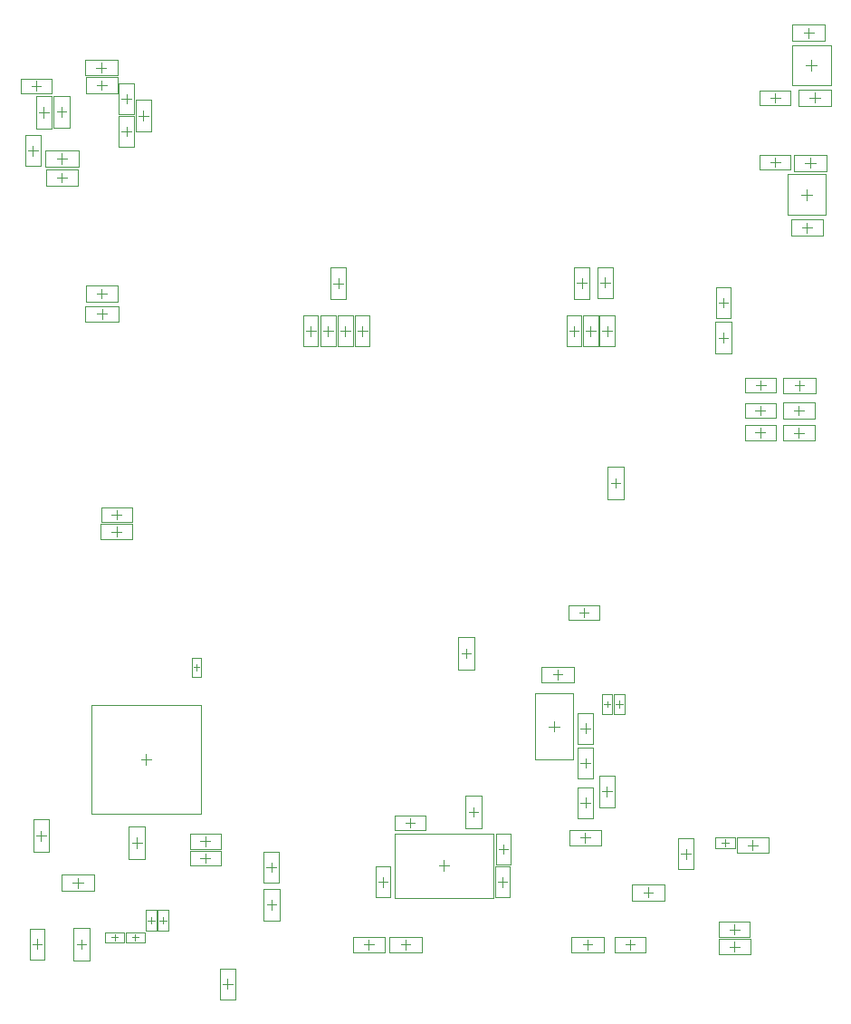
<source format=gbr>
%TF.GenerationSoftware,Altium Limited,Altium Designer,18.1.7 (191)*%
G04 Layer_Color=32896*
%FSLAX26Y26*%
%MOIN*%
%TF.FileFunction,Other,Top_Courtyard*%
%TF.Part,Single*%
G01*
G75*
%TA.AperFunction,NonConductor*%
%ADD108C,0.003937*%
%ADD176C,0.001968*%
D108*
X552009Y1847599D02*
Y1883031D01*
X534291Y1865315D02*
X569725D01*
X551771Y1909291D02*
Y1944725D01*
X534055Y1927007D02*
X569487D01*
X2443031Y328228D02*
Y363661D01*
X2425315Y345945D02*
X2460748D01*
X2286181Y328228D02*
Y363661D01*
X2268464Y345945D02*
X2303898D01*
X2350472Y2764016D02*
Y2799449D01*
X2332756Y2781732D02*
X2368189D01*
X2297204Y2585276D02*
Y2620709D01*
X2279488Y2602992D02*
X2314921D01*
X2264646Y2761575D02*
Y2797008D01*
X2246929Y2779291D02*
X2282362D01*
X1394173Y2585276D02*
Y2620709D01*
X1376457Y2602992D02*
X1411890D01*
X1368583Y2761260D02*
Y2796693D01*
X1350866Y2778976D02*
X1386299D01*
X2277874Y996802D02*
Y1032234D01*
X2260158Y1014518D02*
X2295590D01*
X2162874Y1129311D02*
Y1168681D01*
X2143189Y1148996D02*
X2182559D01*
X2273228Y1549252D02*
Y1584685D01*
X2255512Y1566968D02*
X2290945D01*
X2218819Y2602992D02*
X2254252D01*
X2236535Y2585276D02*
Y2620709D01*
X2340236Y2602992D02*
X2375669D01*
X2357953Y2585276D02*
Y2620709D01*
X1439173Y2602992D02*
X1474606D01*
X1456890Y2585276D02*
Y2620709D01*
X1312835Y2602992D02*
X1348268D01*
X1330551Y2585276D02*
Y2620709D01*
X1249173Y2602992D02*
X1284606D01*
X1266890Y2585276D02*
Y2620709D01*
X2390197Y1231575D02*
X2415787D01*
X2402992Y1218780D02*
Y1244370D01*
X679528Y422520D02*
Y448110D01*
X666732Y435315D02*
X692323D01*
X709646D02*
X735236D01*
X722441Y422520D02*
Y448110D01*
X2792126Y707087D02*
Y732677D01*
X2779331Y719882D02*
X2804921D01*
X3090787Y3580827D02*
X3130157D01*
X3110472Y3561142D02*
Y3600512D01*
X3093386Y3085354D02*
Y3124725D01*
X3073700Y3105039D02*
X3113071D01*
X2347756Y1230984D02*
X2369409D01*
X2358583Y1220158D02*
Y1241811D01*
X409213Y554685D02*
Y592087D01*
X390512Y573386D02*
X427913D01*
X255413Y746831D02*
X292815D01*
X274114Y728130D02*
Y765532D01*
X660964Y1008308D02*
Y1047678D01*
X641280Y1027992D02*
X680650D01*
X1757755Y617087D02*
Y656457D01*
X1738071Y636771D02*
X1777441D01*
X2959528Y3461102D02*
X2994961D01*
X2977244Y3443386D02*
Y3478819D01*
X2959567Y3223622D02*
X2995000D01*
X2977284Y3205905D02*
Y3241338D01*
X243819Y3248622D02*
Y3284055D01*
X226102Y3266339D02*
X261535D01*
X237835Y3504724D02*
X273268D01*
X255551Y3487008D02*
Y3522441D01*
X1122323Y475157D02*
Y510590D01*
X1104606Y492874D02*
X1140039D01*
X1103622Y631024D02*
X1139055D01*
X1121339Y613307D02*
Y648740D01*
X960276Y184134D02*
Y219567D01*
X942559Y201850D02*
X977992D01*
X259016Y330512D02*
Y365945D01*
X241299Y348228D02*
X276732D01*
X1839449Y1399606D02*
Y1435039D01*
X1821732Y1417323D02*
X1857165D01*
X2768150Y2706929D02*
X2803583D01*
X2785866Y2689213D02*
Y2724646D01*
X2768071Y2578976D02*
X2803504D01*
X2785787Y2561260D02*
Y2596693D01*
X3045945Y2228622D02*
X3081378D01*
X3063661Y2210906D02*
Y2246339D01*
X3045945Y2311024D02*
X3081378D01*
X3063661Y2293307D02*
Y2328740D01*
X3048071Y2402481D02*
X3083504D01*
X3065787Y2384764D02*
Y2420197D01*
X2921850Y2211496D02*
Y2246929D01*
X2904134Y2229213D02*
X2939567D01*
X2921850Y2293307D02*
Y2328740D01*
X2904134Y2311024D02*
X2939567D01*
X2923976Y2385827D02*
Y2421260D01*
X2906260Y2403543D02*
X2941693D01*
X846339Y1355394D02*
Y1377048D01*
X835511Y1366220D02*
X857165D01*
X2259961Y739645D02*
X2295394D01*
X2277677Y721929D02*
Y757363D01*
X3104173Y3461418D02*
X3141575D01*
X3122873Y3442716D02*
Y3480118D01*
X3099922Y3681300D02*
Y3718700D01*
X3081220Y3700000D02*
X3118622D01*
X588032Y3440276D02*
Y3475708D01*
X570314Y3457992D02*
X605748D01*
X588662Y3319802D02*
Y3355236D01*
X570944Y3337520D02*
X606378D01*
X1955039Y576771D02*
X1990473D01*
X1972755Y559055D02*
Y594487D01*
X2260630Y1141890D02*
X2296062D01*
X2278346Y1124174D02*
Y1159606D01*
X651024Y3376654D02*
Y3414054D01*
X632322Y3395354D02*
X669724D01*
X2809488Y401850D02*
X2844922D01*
X2827204Y384134D02*
Y419568D01*
Y321102D02*
Y356536D01*
X2809488Y338820D02*
X2844922D01*
X2371850Y2044428D02*
X2407284D01*
X2389568Y2026712D02*
Y2062146D01*
X2175964Y1321438D02*
Y1356870D01*
X2158248Y1339154D02*
X2193682D01*
X2509764Y520473D02*
Y555905D01*
X2492048Y538189D02*
X2527480D01*
X2357716Y891772D02*
Y927204D01*
X2340000Y909488D02*
X2375434D01*
X2278371Y850355D02*
Y885787D01*
X2260655Y868071D02*
X2296087D01*
X2630394Y679763D02*
X2665826D01*
X2648110Y662047D02*
Y697481D01*
X609134Y373150D02*
X631182D01*
X620158Y362126D02*
Y384174D01*
X533505Y372480D02*
X555552D01*
X544529Y361456D02*
Y383504D01*
X3074920Y2983622D02*
X3112322D01*
X3093622Y2964920D02*
Y3002322D01*
X3087756Y3221516D02*
X3125158D01*
X3106456Y3202816D02*
Y3240216D01*
X1866024Y816181D02*
Y851615D01*
X1848306Y833899D02*
X1883740D01*
X1957913Y697165D02*
X1993347D01*
X1975629Y679449D02*
Y714881D01*
X1515039Y576771D02*
X1550473D01*
X1532755Y559055D02*
Y594487D01*
X1632637Y775905D02*
Y811339D01*
X1614921Y793623D02*
X1650353D01*
X1463071Y345945D02*
X1498503D01*
X1480787Y328229D02*
Y363661D01*
X1615787Y328229D02*
Y363661D01*
X1598071Y345945D02*
X1633503D01*
X860551Y726379D02*
X895985D01*
X878269Y708660D02*
Y744095D01*
X607954Y720551D02*
X645354D01*
X626654Y701851D02*
Y739251D01*
X2894174Y694606D02*
Y730039D01*
X2876458Y712323D02*
X2911890D01*
X404962Y347873D02*
X440394D01*
X422678Y330157D02*
Y365591D01*
X479252Y3507284D02*
X514686D01*
X496968Y3489566D02*
Y3525000D01*
X476812Y3572284D02*
X514212D01*
X495512Y3553582D02*
Y3590984D01*
X351074Y3149922D02*
Y3185354D01*
X333358Y3167638D02*
X368792D01*
X332374Y3237638D02*
X369776D01*
X351074Y3218938D02*
Y3256338D01*
X479160Y2666158D02*
X516562D01*
X497862Y2647456D02*
Y2684858D01*
X497428Y2723440D02*
Y2758874D01*
X479712Y2741158D02*
X515146D01*
X331418Y3409842D02*
X366850D01*
X349134Y3392126D02*
Y3427558D01*
X284174Y3388740D02*
Y3426142D01*
X265472Y3407440D02*
X302874D01*
X860668Y664448D02*
X896102D01*
X878386Y646732D02*
Y682164D01*
D176*
X492953Y1894843D02*
X611063D01*
X492953Y1835787D02*
X611063D01*
X492953D02*
Y1894843D01*
X611063Y1835787D02*
Y1894843D01*
X494685Y1954567D02*
X608857D01*
X494685Y1899449D02*
X608857D01*
X494685D02*
Y1954567D01*
X608857Y1899449D02*
Y1954567D01*
X2385945Y373504D02*
X2500118D01*
X2385945Y318386D02*
X2500118D01*
X2385945D02*
Y373504D01*
X2500118Y318386D02*
Y373504D01*
X2227126Y375472D02*
X2345236D01*
X2227126Y316417D02*
X2345236D01*
X2227126D02*
Y375472D01*
X2345236Y316417D02*
Y375472D01*
X2322913Y2724646D02*
X2378032D01*
X2322913Y2838819D02*
X2378032D01*
X2322913Y2724646D02*
Y2838819D01*
X2378032Y2724646D02*
Y2838819D01*
X2269646Y2545905D02*
X2324764D01*
X2269646Y2660079D02*
X2324764D01*
X2269646Y2545905D02*
Y2660079D01*
X2324764Y2545905D02*
Y2660079D01*
X2237087Y2722205D02*
X2292205D01*
X2237087Y2836378D02*
X2292205D01*
X2237087Y2722205D02*
Y2836378D01*
X2292205Y2722205D02*
Y2836378D01*
X1366614Y2545905D02*
X1421732D01*
X1366614Y2660079D02*
X1421732D01*
X1366614Y2545905D02*
Y2660079D01*
X1421732Y2545905D02*
Y2660079D01*
X1341024Y2721890D02*
X1396142D01*
X1341024Y2836063D02*
X1396142D01*
X1341024Y2721890D02*
Y2836063D01*
X1396142Y2721890D02*
Y2836063D01*
X2250316Y1071604D02*
X2305434D01*
X2250316Y957432D02*
X2305434D01*
Y1071604D01*
X2250316Y957432D02*
Y1071604D01*
X2093977Y1025965D02*
X2231772D01*
X2093977Y1272027D02*
X2231772D01*
X2093977Y1025965D02*
Y1272027D01*
X2231772Y1025965D02*
Y1272027D01*
X2216142Y1539409D02*
X2330315D01*
X2216142Y1594527D02*
X2330315D01*
Y1539409D02*
Y1594527D01*
X2216142Y1539409D02*
Y1594527D01*
X2264095Y2545905D02*
Y2660079D01*
X2208976Y2545905D02*
Y2660079D01*
X2264095D01*
X2208976Y2545905D02*
X2264095D01*
X2385512D02*
Y2660079D01*
X2330394Y2545905D02*
Y2660079D01*
X2385512D01*
X2330394Y2545905D02*
X2385512D01*
X1484449D02*
Y2660079D01*
X1429331Y2545905D02*
Y2660079D01*
X1484449D01*
X1429331Y2545905D02*
X1484449D01*
X1358110D02*
Y2660079D01*
X1302992Y2545905D02*
Y2660079D01*
X1358110D01*
X1302992Y2545905D02*
X1358110D01*
X1294449D02*
Y2660079D01*
X1239331Y2545905D02*
Y2660079D01*
X1294449D01*
X1239331Y2545905D02*
X1294449D01*
X2383307Y1194173D02*
Y1268976D01*
X2422677Y1194173D02*
Y1268976D01*
X2383307Y1194173D02*
X2422677D01*
X2383307Y1268976D02*
X2422677D01*
X659843Y397913D02*
X699213D01*
X659843Y472717D02*
X699213D01*
X659843Y397913D02*
Y472717D01*
X699213Y397913D02*
Y472717D01*
X742126Y397913D02*
Y472717D01*
X702756Y397913D02*
Y472717D01*
X742126D01*
X702756Y397913D02*
X742126D01*
X2754724Y739567D02*
X2829528D01*
X2754724Y700197D02*
X2829528D01*
X2754724D02*
Y739567D01*
X2829528Y700197D02*
Y739567D01*
X3039606Y3506024D02*
Y3655630D01*
X3181338Y3506024D02*
Y3655630D01*
X3039606Y3506024D02*
X3181338D01*
X3039606Y3655630D02*
X3181338D01*
X3022519Y3030236D02*
X3164252D01*
X3022519Y3179843D02*
X3164252D01*
X3022519Y3030236D02*
Y3179843D01*
X3164252Y3030236D02*
Y3179843D01*
X2340866Y1193583D02*
Y1268386D01*
X2376299Y1193583D02*
Y1268386D01*
X2340866Y1193583D02*
X2376299D01*
X2340866Y1268386D02*
X2376299D01*
X350157Y543858D02*
X468268D01*
X350157Y602913D02*
X468268D01*
Y543858D02*
Y602913D01*
X350157Y543858D02*
Y602913D01*
X303642Y687776D02*
Y805886D01*
X244587Y687776D02*
Y805886D01*
X303642D01*
X244587Y687776D02*
X303642D01*
X460178Y827204D02*
X861752D01*
X460178Y1228780D02*
X861752D01*
Y827204D02*
Y1228780D01*
X460178Y827204D02*
Y1228780D01*
X1574685Y518661D02*
X1940827D01*
X1574685Y754881D02*
X1940827D01*
Y518661D02*
Y754881D01*
X1574685Y518661D02*
Y754881D01*
X2920157Y3433543D02*
Y3488661D01*
X3034331Y3433543D02*
Y3488661D01*
X2920157D02*
X3034331D01*
X2920157Y3433543D02*
X3034331D01*
X2920197Y3196063D02*
Y3251181D01*
X3034370Y3196063D02*
Y3251181D01*
X2920197D02*
X3034370D01*
X2920197Y3196063D02*
X3034370D01*
X216260Y3323425D02*
X271378D01*
X216260Y3209252D02*
X271378D01*
Y3323425D01*
X216260Y3209252D02*
Y3323425D01*
X312638Y3477165D02*
Y3532284D01*
X198465Y3477165D02*
Y3532284D01*
Y3477165D02*
X312638D01*
X198465Y3532284D02*
X312638D01*
X1092795Y551929D02*
X1151850D01*
X1092795Y433819D02*
X1151850D01*
Y551929D01*
X1092795Y433819D02*
Y551929D01*
X1093780Y573937D02*
Y688110D01*
X1148898Y573937D02*
Y688110D01*
X1093780Y573937D02*
X1148898D01*
X1093780Y688110D02*
X1148898D01*
X932717Y144764D02*
X987835D01*
X932717Y258937D02*
X987835D01*
X932717Y144764D02*
Y258937D01*
X987835Y144764D02*
Y258937D01*
X231457Y291142D02*
X286575D01*
X231457Y405315D02*
X286575D01*
X231457Y291142D02*
Y405315D01*
X286575Y291142D02*
Y405315D01*
X1809921Y1476378D02*
X1868976D01*
X1809921Y1358268D02*
X1868976D01*
Y1476378D01*
X1809921Y1358268D02*
Y1476378D01*
X2813425Y2649843D02*
Y2764016D01*
X2758307Y2649843D02*
Y2764016D01*
X2813425D01*
X2758307Y2649843D02*
X2813425D01*
X2815315Y2519921D02*
Y2638032D01*
X2756260Y2519921D02*
Y2638032D01*
X2815315D01*
X2756260Y2519921D02*
X2815315D01*
X3004606Y2199095D02*
Y2258150D01*
X3122716Y2199095D02*
Y2258150D01*
X3004606D02*
X3122716D01*
X3004606Y2199095D02*
X3122716D01*
X3004606Y2281496D02*
Y2340551D01*
X3122716Y2281496D02*
Y2340551D01*
X3004606D02*
X3122716D01*
X3004606Y2281496D02*
X3122716D01*
X3006732Y2372953D02*
Y2432008D01*
X3124843Y2372953D02*
Y2432008D01*
X3006732D02*
X3124843D01*
X3006732Y2372953D02*
X3124843D01*
X2864764Y2201653D02*
X2978937D01*
X2864764Y2256772D02*
X2978937D01*
Y2201653D02*
Y2256772D01*
X2864764Y2201653D02*
Y2256772D01*
Y2283465D02*
X2978937D01*
X2864764Y2338583D02*
X2978937D01*
Y2283465D02*
Y2338583D01*
X2864764Y2283465D02*
Y2338583D01*
X2866890Y2375984D02*
X2981063D01*
X2866890Y2431102D02*
X2981063D01*
Y2375984D02*
Y2431102D01*
X2866890Y2375984D02*
Y2431102D01*
X828621Y1330788D02*
X864055D01*
X828621Y1401654D02*
X864055D01*
X828621Y1330788D02*
Y1401654D01*
X864055Y1330788D02*
Y1401654D01*
X2334764Y712087D02*
Y767205D01*
X2220591Y712087D02*
Y767205D01*
Y712087D02*
X2334764D01*
X2220591Y767205D02*
X2334764D01*
X3063819Y3431890D02*
Y3490946D01*
X3181929Y3431890D02*
Y3490946D01*
X3063819D02*
X3181929D01*
X3063819Y3431890D02*
X3181929D01*
X3040866Y3670472D02*
X3158976D01*
X3040866Y3729528D02*
X3158976D01*
Y3670472D02*
Y3729528D01*
X3040866Y3670472D02*
Y3729528D01*
X560472Y3400906D02*
X615590D01*
X560472Y3515078D02*
X615590D01*
X560472Y3400906D02*
Y3515078D01*
X615590Y3400906D02*
Y3515078D01*
X561102Y3280432D02*
X616220D01*
X561102Y3394606D02*
X616220D01*
X561102Y3280432D02*
Y3394606D01*
X616220Y3280432D02*
Y3394606D01*
X1945197Y519685D02*
Y633859D01*
X2000315Y519685D02*
Y633859D01*
X1945197Y519685D02*
X2000315D01*
X1945197Y633859D02*
X2000315D01*
X2305906Y1084804D02*
Y1198976D01*
X2250788Y1084804D02*
Y1198976D01*
X2305906D01*
X2250788Y1084804D02*
X2305906D01*
X621496Y3336300D02*
X680552D01*
X621496Y3454410D02*
X680552D01*
X621496Y3336300D02*
Y3454410D01*
X680552Y3336300D02*
Y3454410D01*
X2770118Y374292D02*
Y429410D01*
X2884292Y374292D02*
Y429410D01*
X2770118D02*
X2884292D01*
X2770118Y374292D02*
X2884292D01*
X2768150Y309292D02*
X2886260D01*
X2768150Y368346D02*
X2886260D01*
Y309292D02*
Y368346D01*
X2768150Y309292D02*
Y368346D01*
X2360040Y1985374D02*
Y2103484D01*
X2419094Y1985374D02*
Y2103484D01*
X2360040Y1985374D02*
X2419094D01*
X2360040Y2103484D02*
X2419094D01*
X2116910Y1368682D02*
X2235020D01*
X2116910Y1309626D02*
X2235020D01*
X2116910D02*
Y1368682D01*
X2235020Y1309626D02*
Y1368682D01*
X2450708Y567717D02*
X2568820D01*
X2450708Y508661D02*
X2568820D01*
X2450708D02*
Y567717D01*
X2568820Y508661D02*
Y567717D01*
X2330158Y966574D02*
X2385276D01*
X2330158Y852402D02*
X2385276D01*
Y966574D01*
X2330158Y852402D02*
Y966574D01*
X2250811Y925157D02*
X2305929D01*
X2250811Y810985D02*
X2305929D01*
Y925157D01*
X2250811Y810985D02*
Y925157D01*
X2675670Y622677D02*
Y736851D01*
X2620552Y622677D02*
Y736851D01*
X2675670D01*
X2620552Y622677D02*
X2675670D01*
X655592Y355434D02*
Y390866D01*
X584726Y355434D02*
Y390866D01*
Y355434D02*
X655592D01*
X584726Y390866D02*
X655592D01*
X509096Y354764D02*
Y390198D01*
X579962Y354764D02*
Y390198D01*
X509096D02*
X579962D01*
X509096Y354764D02*
X579962D01*
X3152676Y2954094D02*
Y3013150D01*
X3034566Y2954094D02*
Y3013150D01*
Y2954094D02*
X3152676D01*
X3034566Y3013150D02*
X3152676D01*
X3047402Y3191988D02*
Y3251044D01*
X3165512Y3191988D02*
Y3251044D01*
X3047402D02*
X3165512D01*
X3047402Y3191988D02*
X3165512D01*
X1836496Y892953D02*
X1895552D01*
X1836496Y774843D02*
X1895552D01*
Y892953D01*
X1836496Y774843D02*
Y892953D01*
X2003189Y640079D02*
Y754253D01*
X1948071Y640079D02*
Y754253D01*
X2003189D01*
X1948071Y640079D02*
X2003189D01*
X1505197Y519685D02*
Y633859D01*
X1560315Y519685D02*
Y633859D01*
X1505197Y519685D02*
X1560315D01*
X1505197Y633859D02*
X1560315D01*
X1575551Y821181D02*
X1689725D01*
X1575551Y766063D02*
X1689725D01*
X1575551D02*
Y821181D01*
X1689725Y766063D02*
Y821181D01*
X1423701Y318387D02*
Y373505D01*
X1537873Y318387D02*
Y373505D01*
X1423701D02*
X1537873D01*
X1423701Y318387D02*
X1537873D01*
X1556731Y316417D02*
X1674843D01*
X1556731Y375473D02*
X1674843D01*
Y316417D02*
Y375473D01*
X1556731Y316417D02*
Y375473D01*
X935355Y698818D02*
Y753937D01*
X821181Y698818D02*
Y753937D01*
Y698818D02*
X935355D01*
X821181Y753937D02*
X935355D01*
X656182Y661495D02*
Y779607D01*
X597126Y661495D02*
Y779607D01*
X656182D01*
X597126Y661495D02*
X656182D01*
X2837086Y739881D02*
X2951260D01*
X2837086Y684764D02*
X2951260D01*
X2837086D02*
Y739881D01*
X2951260Y684764D02*
Y739881D01*
X393149Y288819D02*
Y406929D01*
X452205Y288819D02*
Y406929D01*
X393149Y288819D02*
X452205D01*
X393149Y406929D02*
X452205D01*
X437914Y3477756D02*
Y3536810D01*
X556024Y3477756D02*
Y3536810D01*
X437914D02*
X556024D01*
X437914Y3477756D02*
X556024D01*
X434488Y3542756D02*
Y3601810D01*
X556536Y3542756D02*
Y3601810D01*
X434488D02*
X556536D01*
X434488Y3542756D02*
X556536D01*
X292020Y3197166D02*
X410130D01*
X292020Y3138110D02*
X410130D01*
X292020D02*
Y3197166D01*
X410130Y3138110D02*
Y3197166D01*
X412098Y3208110D02*
Y3267166D01*
X290052Y3208110D02*
Y3267166D01*
Y3208110D02*
X412098D01*
X290052Y3267166D02*
X412098D01*
X558886Y2636630D02*
Y2695684D01*
X436838Y2636630D02*
Y2695684D01*
Y2636630D02*
X558886D01*
X436838Y2695684D02*
X558886D01*
X438374Y2770684D02*
X556484D01*
X438374Y2711630D02*
X556484D01*
X438374D02*
Y2770684D01*
X556484Y2711630D02*
Y2770684D01*
X378662Y3350788D02*
Y3468898D01*
X319606Y3350788D02*
Y3468898D01*
X378662D01*
X319606Y3350788D02*
X378662D01*
X254646Y3346418D02*
X313700D01*
X254646Y3468464D02*
X313700D01*
X254646Y3346418D02*
Y3468464D01*
X313700Y3346418D02*
Y3468464D01*
X821298Y636890D02*
Y692009D01*
X935472Y636890D02*
Y692009D01*
X821298D02*
X935472D01*
X821298Y636890D02*
X935472D01*
%TF.MD5,ea1d9b9a5b80ff2261b30aa3c7bd1c17*%
M02*

</source>
